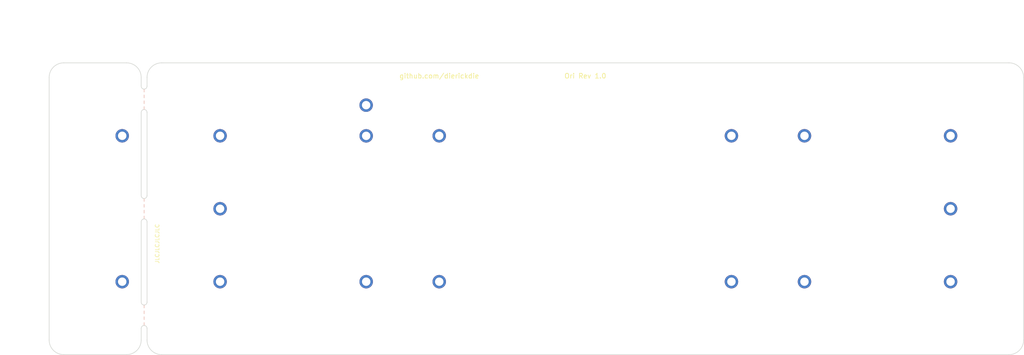
<source format=kicad_pcb>
(kicad_pcb (version 20171130) (host pcbnew "(5.1.4-0-10_14)")
  (layers (0 F.Cu signal) (31 B.Cu signal) (34 B.Paste user) (35 F.Paste user) (36 B.SilkS user) (37 F.SilkS user) (38 B.Mask user) (39 F.Mask user) (44 Edge.Cuts user))
  (net 0 "")
  (module acheron_Hardware:MouseBite_IPC7351 (layer F.Cu) (at 146.3 78.66 90)
    (fp_text reference H20)
    (fp_text value MountingHole)
    (pad "" np_thru_hole circle (at -2.5 0 90) (size 0.8 0.8) (drill 0.8) (layers *.Cu *.Mask))
    (pad "" np_thru_hole circle (at -1.25 0 90) (size 0.8 0.8) (drill 0.8) (layers *.Cu *.Mask))
    (pad "" np_thru_hole circle (at 2.5 0 90) (size 0.8 0.8) (drill 0.8) (layers *.Cu *.Mask))
    (pad "" np_thru_hole circle (at 1.25 0 90) (size 0.8 0.8) (drill 0.8) (layers *.Cu *.Mask))
    (pad "" np_thru_hole circle (at 0 0 90) (size 0.8 0.8) (drill 0.8) (layers *.Cu *.Mask))
  )
  (module acheron_Hardware:MouseBite_IPC7351 (layer F.Cu) (at 146.3 106.4 90)
    (fp_text reference H19)
    (fp_text value MountingHole)
    (pad "" np_thru_hole circle (at -2.5 0 90) (size 0.8 0.8) (drill 0.8) (layers *.Cu *.Mask))
    (pad "" np_thru_hole circle (at -1.25 0 90) (size 0.8 0.8) (drill 0.8) (layers *.Cu *.Mask))
    (pad "" np_thru_hole circle (at 2.5 0 90) (size 0.8 0.8) (drill 0.8) (layers *.Cu *.Mask))
    (pad "" np_thru_hole circle (at 1.25 0 90) (size 0.8 0.8) (drill 0.8) (layers *.Cu *.Mask))
    (pad "" np_thru_hole circle (at 0 0 90) (size 0.8 0.8) (drill 0.8) (layers *.Cu *.Mask))
  )
  (module acheron_Hardware:MouseBite_IPC7351 (layer F.Cu) (at 146.3 50.16 90)
    (fp_text reference H18)
    (fp_text value MountingHole)
    (pad "" np_thru_hole circle (at -2.5 0 90) (size 0.8 0.8) (drill 0.8) (layers *.Cu *.Mask))
    (pad "" np_thru_hole circle (at -1.25 0 90) (size 0.8 0.8) (drill 0.8) (layers *.Cu *.Mask))
    (pad "" np_thru_hole circle (at 2.5 0 90) (size 0.8 0.8) (drill 0.8) (layers *.Cu *.Mask))
    (pad "" np_thru_hole circle (at 1.25 0 90) (size 0.8 0.8) (drill 0.8) (layers *.Cu *.Mask))
    (pad "" np_thru_hole circle (at 0 0 90) (size 0.8 0.8) (drill 0.8) (layers *.Cu *.Mask))
  )
  (module Keeb_footprints:MX100_outline (layer F.Cu) (at 129.959991 69.16)
    (fp_text reference U53)
    (fp_text value HOLE)
  )
  (module Keeb_footprints:MX100_outline (layer F.Cu) (at 129.959991 50.16)
    (fp_text reference U49)
    (fp_text value HOLE)
  )
  (module Keeb_footprints:MX100_outline (layer F.Cu) (at 129.959991 88.16)
    (fp_text reference U57)
    (fp_text value HOLE)
  )
  (module random-keyboard-parts:Generic-Mounthole (layer F.Cu) (at 139.459633 59.659843)
    (fp_text reference H16)
    (fp_text value MountingHole)
    (pad 1 thru_hole circle (at 0 0) (size 3.5 3.5) (drill 2.2) (layers *.Cu *.Mask))
  )
  (module random-keyboard-parts:Generic-Mounthole (layer F.Cu) (at 139.459633 97.659743)
    (fp_text reference H7)
    (fp_text value MountingHole)
    (pad 1 thru_hole circle (at 0 0) (size 3.5 3.5) (drill 2.2) (layers *.Cu *.Mask))
  )
  (module Keeb_footprints:MX100_outline (layer F.Cu) (at 129.959991 107.16)
    (fp_text reference U61)
    (fp_text value HOLE)
  )
  (module random-keyboard-parts:Generic-Mounthole (layer F.Cu) (at 202.9073 51.68)
    (fp_text reference H17)
    (fp_text value MountingHole)
    (pad 1 thru_hole circle (at 0 0) (size 3.5 3.5) (drill 2.2) (layers *.Cu *.Mask))
  )
  (module random-keyboard-parts:Generic-Mounthole (layer F.Cu) (at 354.92 97.66)
    (fp_text reference H15)
    (fp_text value MountingHole)
    (pad 1 thru_hole circle (at 0 0) (size 3.5 3.5) (drill 2.2) (layers *.Cu *.Mask))
  )
  (module random-keyboard-parts:Generic-Mounthole (layer F.Cu) (at 354.92 59.66)
    (fp_text reference H14)
    (fp_text value MountingHole)
    (pad 1 thru_hole circle (at 0 0) (size 3.5 3.5) (drill 2.2) (layers *.Cu *.Mask))
  )
  (module random-keyboard-parts:Generic-Mounthole (layer F.Cu) (at 297.92 97.66)
    (fp_text reference H13)
    (fp_text value MountingHole)
    (pad 1 thru_hole circle (at 0 0) (size 3.5 3.5) (drill 2.2) (layers *.Cu *.Mask))
  )
  (module random-keyboard-parts:Generic-Mounthole (layer F.Cu) (at 297.92 59.66)
    (fp_text reference H12)
    (fp_text value MountingHole)
    (pad 1 thru_hole circle (at 0 0) (size 3.5 3.5) (drill 2.2) (layers *.Cu *.Mask))
  )
  (module random-keyboard-parts:Generic-Mounthole (layer F.Cu) (at 221.92 97.66)
    (fp_text reference H11)
    (fp_text value MountingHole)
    (pad 1 thru_hole circle (at 0 0) (size 3.5 3.5) (drill 2.2) (layers *.Cu *.Mask))
  )
  (module random-keyboard-parts:Generic-Mounthole (layer F.Cu) (at 221.92 59.66)
    (fp_text reference H10)
    (fp_text value MountingHole)
    (pad 1 thru_hole circle (at 0 0) (size 3.5 3.5) (drill 2.2) (layers *.Cu *.Mask))
  )
  (module random-keyboard-parts:Generic-Mounthole (layer F.Cu) (at 164.92 59.66)
    (fp_text reference H9)
    (fp_text value MountingHole)
    (pad 1 thru_hole circle (at 0 0) (size 3.5 3.5) (drill 2.2) (layers *.Cu *.Mask))
  )
  (module random-keyboard-parts:Generic-Mounthole (layer F.Cu) (at 164.92 97.66)
    (fp_text reference H8)
    (fp_text value MountingHole)
    (pad 1 thru_hole circle (at 0 0) (size 3.5 3.5) (drill 2.2) (layers *.Cu *.Mask))
  )
  (module Keeb_footprints:MX100_outline (layer F.Cu) (at 364.42 107.16)
    (fp_text reference U48)
    (fp_text value HOLE)
  )
  (module Keeb_footprints:MX100_outline (layer F.Cu) (at 345.42 107.16)
    (fp_text reference U47)
    (fp_text value HOLE)
  )
  (module Keeb_footprints:MX100_outline (layer F.Cu) (at 326.42 107.16)
    (fp_text reference U46)
    (fp_text value HOLE)
  )
  (module Keeb_footprints:MX100_outline (layer F.Cu) (at 307.42 107.16)
    (fp_text reference U45)
    (fp_text value HOLE)
  )
  (module Keeb_footprints:MX100_outline (layer F.Cu) (at 288.42 107.16)
    (fp_text reference U44)
    (fp_text value HOLE)
  )
  (module Keeb_footprints:MX100_outline (layer F.Cu) (at 269.42 107.16)
    (fp_text reference U43)
    (fp_text value HOLE)
  )
  (module Keeb_footprints:MX100_outline (layer F.Cu) (at 250.42 107.16)
    (fp_text reference U42)
    (fp_text value HOLE)
  )
  (module Keeb_footprints:MX100_outline (layer F.Cu) (at 231.42 107.16)
    (fp_text reference U41)
    (fp_text value HOLE)
  )
  (module Keeb_footprints:MX100_outline (layer F.Cu) (at 212.42 107.16)
    (fp_text reference U40)
    (fp_text value HOLE)
  )
  (module Keeb_footprints:MX100_outline (layer F.Cu) (at 193.42 107.16)
    (fp_text reference U39)
    (fp_text value HOLE)
  )
  (module Keeb_footprints:MX100_outline (layer F.Cu) (at 174.42 107.16)
    (fp_text reference U38)
    (fp_text value HOLE)
  )
  (module Keeb_footprints:MX100_outline (layer F.Cu) (at 155.42 107.16)
    (fp_text reference U37)
    (fp_text value HOLE)
  )
  (module Keeb_footprints:MX100_outline (layer F.Cu) (at 364.42 88.16)
    (fp_text reference U36)
    (fp_text value HOLE)
  )
  (module Keeb_footprints:MX100_outline (layer F.Cu) (at 345.42 88.16)
    (fp_text reference U35)
    (fp_text value HOLE)
  )
  (module Keeb_footprints:MX100_outline (layer F.Cu) (at 326.42 88.16)
    (fp_text reference U34)
    (fp_text value HOLE)
  )
  (module Keeb_footprints:MX100_outline (layer F.Cu) (at 307.42 88.16)
    (fp_text reference U33)
    (fp_text value HOLE)
  )
  (module Keeb_footprints:MX100_outline (layer F.Cu) (at 288.42 88.16)
    (fp_text reference U32)
    (fp_text value HOLE)
  )
  (module Keeb_footprints:MX100_outline (layer F.Cu) (at 269.42 88.16)
    (fp_text reference U31)
    (fp_text value HOLE)
  )
  (module Keeb_footprints:MX100_outline (layer F.Cu) (at 250.42 88.16)
    (fp_text reference U30)
    (fp_text value HOLE)
  )
  (module Keeb_footprints:MX100_outline (layer F.Cu) (at 231.42 88.16)
    (fp_text reference U29)
    (fp_text value HOLE)
  )
  (module Keeb_footprints:MX100_outline (layer F.Cu) (at 212.42 88.16)
    (fp_text reference U28)
    (fp_text value HOLE)
  )
  (module Keeb_footprints:MX100_outline (layer F.Cu) (at 193.42 88.16)
    (fp_text reference U27)
    (fp_text value HOLE)
  )
  (module Keeb_footprints:MX100_outline (layer F.Cu) (at 174.42 88.16)
    (fp_text reference U26)
    (fp_text value HOLE)
  )
  (module Keeb_footprints:MX100_outline (layer F.Cu) (at 155.42 88.16)
    (fp_text reference U25)
    (fp_text value HOLE)
  )
  (module Keeb_footprints:MX100_outline (layer F.Cu) (at 364.42 69.16)
    (fp_text reference U24)
    (fp_text value HOLE)
  )
  (module Keeb_footprints:MX100_outline (layer F.Cu) (at 345.42 69.16)
    (fp_text reference U23)
    (fp_text value HOLE)
  )
  (module Keeb_footprints:MX100_outline (layer F.Cu) (at 326.42 69.16)
    (fp_text reference U22)
    (fp_text value HOLE)
  )
  (module Keeb_footprints:MX100_outline (layer F.Cu) (at 307.42 69.16)
    (fp_text reference U21)
    (fp_text value HOLE)
  )
  (module Keeb_footprints:MX100_outline (layer F.Cu) (at 288.42 69.16)
    (fp_text reference U20)
    (fp_text value HOLE)
  )
  (module Keeb_footprints:MX100_outline (layer F.Cu) (at 269.42 69.16)
    (fp_text reference U19)
    (fp_text value HOLE)
  )
  (module Keeb_footprints:MX100_outline (layer F.Cu) (at 250.42 69.16)
    (fp_text reference U18)
    (fp_text value HOLE)
  )
  (module Keeb_footprints:MX100_outline (layer F.Cu) (at 231.42 69.16)
    (fp_text reference U17)
    (fp_text value HOLE)
  )
  (module Keeb_footprints:MX100_outline (layer F.Cu) (at 212.42 69.16)
    (fp_text reference U16)
    (fp_text value HOLE)
  )
  (module Keeb_footprints:MX100_outline (layer F.Cu) (at 193.42 69.16)
    (fp_text reference U15)
    (fp_text value HOLE)
  )
  (module Keeb_footprints:MX100_outline (layer F.Cu) (at 174.42 69.16)
    (fp_text reference U14)
    (fp_text value HOLE)
  )
  (module Keeb_footprints:MX100_outline (layer F.Cu) (at 155.42 69.16)
    (fp_text reference U13)
    (fp_text value HOLE)
  )
  (module Keeb_footprints:MX100_outline (layer F.Cu) (at 364.42 50.16)
    (fp_text reference U12)
    (fp_text value HOLE)
  )
  (module Keeb_footprints:MX100_outline (layer F.Cu) (at 345.42 50.16)
    (fp_text reference U11)
    (fp_text value HOLE)
  )
  (module Keeb_footprints:MX100_outline (layer F.Cu) (at 326.42 50.16)
    (fp_text reference U10)
    (fp_text value HOLE)
  )
  (module Keeb_footprints:MX100_outline (layer F.Cu) (at 307.42 50.16)
    (fp_text reference U9)
    (fp_text value HOLE)
  )
  (module Keeb_footprints:MX100_outline (layer F.Cu) (at 288.42 50.16)
    (fp_text reference U8)
    (fp_text value HOLE)
  )
  (module Keeb_footprints:MX100_outline (layer F.Cu) (at 269.42 50.16)
    (fp_text reference U7)
    (fp_text value HOLE)
  )
  (module Keeb_footprints:MX100_outline (layer F.Cu) (at 250.42 50.16)
    (fp_text reference U6)
    (fp_text value HOLE)
  )
  (module Keeb_footprints:MX100_outline (layer F.Cu) (at 231.42 50.16)
    (fp_text reference U5)
    (fp_text value HOLE)
  )
  (module Keeb_footprints:MX100_outline (layer F.Cu) (at 212.42 50.16)
    (fp_text reference U4)
    (fp_text value HOLE)
  )
  (module Keeb_footprints:MX100_outline (layer F.Cu) (at 193.42 50.16)
    (fp_text reference U3)
    (fp_text value HOLE)
  )
  (module Keeb_footprints:MX100_outline (layer F.Cu) (at 174.42 50.16)
    (fp_text reference U2)
    (fp_text value HOLE)
  )
  (module Keeb_footprints:MX100_outline (layer F.Cu) (at 155.42 50.16)
    (fp_text reference U1)
    (fp_text value HOLE)
  )
  (module random-keyboard-parts:Generic-Mounthole (layer F.Cu) (at 354.92 78.66)
    (fp_text reference H6)
    (fp_text value MountingHole)
    (pad 1 thru_hole circle (at 0 0) (size 3.5 3.5) (drill 2.2) (layers *.Cu *.Mask))
  )
  (module random-keyboard-parts:Generic-Mounthole (layer F.Cu) (at 316.92 97.66)
    (fp_text reference H5)
    (fp_text value MountingHole)
    (pad 1 thru_hole circle (at 0 0) (size 3.5 3.5) (drill 2.2) (layers *.Cu *.Mask))
  )
  (module random-keyboard-parts:Generic-Mounthole (layer F.Cu) (at 316.92 59.66)
    (fp_text reference H4)
    (fp_text value MountingHole)
    (pad 1 thru_hole circle (at 0 0) (size 3.5 3.5) (drill 2.2) (layers *.Cu *.Mask))
  )
  (module random-keyboard-parts:Generic-Mounthole (layer F.Cu) (at 202.92 97.66)
    (fp_text reference H3)
    (fp_text value MountingHole)
    (pad 1 thru_hole circle (at 0 0) (size 3.5 3.5) (drill 2.2) (layers *.Cu *.Mask))
  )
  (module random-keyboard-parts:Generic-Mounthole (layer F.Cu) (at 202.92 59.675)
    (fp_text reference H2)
    (fp_text value MountingHole)
    (pad 1 thru_hole circle (at 0 0) (size 3.5 3.5) (drill 2.2) (layers *.Cu *.Mask))
  )
  (module random-keyboard-parts:Generic-Mounthole (layer F.Cu) (at 164.92 78.66)
    (fp_text reference H1)
    (fp_text value MountingHole)
    (pad 1 thru_hole circle (at 0 0) (size 3.5 3.5) (drill 2.2) (layers *.Cu *.Mask))
  )
  (gr_line (start 373.92 44.46) (end 373.92 112.86) (layer Edge.Cuts) (width 0.15))
  (gr_line (start 120.459683 44.459883) (end 120.460072 112.859959) (layer Edge.Cuts) (width 0.15))
  (gr_line (start 145.159996 103.74) (end 145.159996 104.5) (layer B.SilkS) (width 0.15))
  (gr_line (start 145.16 47.5) (end 145.16 48.26) (layer B.SilkS) (width 0.15))
  (gr_line (start 370.12 116.66) (end 149.72 116.66) (layer Edge.Cuts) (width 0.15))
  (gr_line (start 145.159615 49.019837) (end 145.159615 49.779837) (layer B.SilkS) (width 0.15))
  (gr_line (start 145.159615 50.539837) (end 145.159615 51.299837) (layer B.SilkS) (width 0.15))
  (gr_line (start 145.159615 52.059837) (end 145.159615 52.819837) (layer B.SilkS) (width 0.15))
  (gr_line (start 124.259683 40.659883) (end 140.599615 40.659744) (layer Edge.Cuts) (width 0.15))
  (gr_line (start 124.260072 116.659959) (end 140.59962 116.659703) (layer Edge.Cuts) (width 0.15))
  (gr_arc (start 145.159617 102.979999) (end 144.39962 102.980014) (angle -179.9987938) (layer Edge.Cuts) (width 0.15))
  (gr_arc (start 124.260072 112.859959) (end 120.460072 112.859959) (angle -90) (layer Edge.Cuts) (width 0.15))
  (gr_arc (start 124.259683 44.459883) (end 124.259683 40.659883) (angle -90) (layer Edge.Cuts) (width 0.15))
  (gr_arc (start 145.159234 46.739999) (end 144.399237 46.740014) (angle -179.9987938) (layer Edge.Cuts) (width 0.15))
  (gr_arc (start 145.160003 53.580015) (end 145.92 53.58) (angle -179.9987938) (layer Edge.Cuts) (width 0.15))
  (gr_arc (start 145.159234 75.239999) (end 144.399237 75.240014) (angle -179.9987938) (layer Edge.Cuts) (width 0.15))
  (gr_arc (start 145.160002 82.080015) (end 145.919999 82.08) (angle -179.9987938) (layer Edge.Cuts) (width 0.15))
  (gr_arc (start 145.159618 109.820015) (end 145.919615 109.82) (angle -179.9987938) (layer Edge.Cuts) (width 0.15))
  (gr_text github.com/dierickdie (at 221.919416 44.079884) (layer F.SilkS) (effects (font (size 1.25 1.25) (thickness 0.2))))
  (gr_text "Ori Rev 1.0" (at 259.919316 44.079884) (layer F.SilkS) (effects (font (size 1.25 1.25) (thickness 0.2))))
  (gr_line (start 145.159996 108.3) (end 145.159996 109.06) (layer B.SilkS) (width 0.15))
  (gr_line (start 145.159996 106.78) (end 145.159996 107.54) (layer B.SilkS) (width 0.15))
  (gr_line (start 145.159996 105.26) (end 145.159996 106.02) (layer B.SilkS) (width 0.15))
  (gr_line (start 145.159996 80.56) (end 145.159996 81.32) (layer B.SilkS) (width 0.15))
  (gr_line (start 145.159996 79.04) (end 145.159996 79.8) (layer B.SilkS) (width 0.15))
  (gr_line (start 145.159996 77.52) (end 145.159996 78.28) (layer B.SilkS) (width 0.15))
  (gr_line (start 145.159996 76) (end 145.159996 76.76) (layer B.SilkS) (width 0.15))
  (gr_line (start 145.92 53.58) (end 145.919231 75.24) (layer Edge.Cuts) (width 0.15))
  (gr_line (start 144.400006 53.580014) (end 144.399237 75.240014) (layer Edge.Cuts) (width 0.15))
  (gr_line (start 144.399615 44.459744) (end 144.399237 46.740014) (layer Edge.Cuts) (width 0.15))
  (gr_line (start 145.92 44.46) (end 145.919231 46.74) (layer Edge.Cuts) (width 0.15))
  (gr_line (start 145.919999 82.08) (end 145.919614 102.98) (layer Edge.Cuts) (width 0.15))
  (gr_line (start 144.400005 82.080014) (end 144.39962 102.980014) (layer Edge.Cuts) (width 0.15))
  (gr_line (start 145.919615 109.82) (end 145.92 112.86) (layer Edge.Cuts) (width 0.15))
  (gr_line (start 144.399621 109.820014) (end 144.39962 112.859707) (layer Edge.Cuts) (width 0.15))
  (gr_arc (start 140.599615 44.459744) (end 144.399615 44.459744) (angle -90) (layer Edge.Cuts) (width 0.15))
  (gr_arc (start 140.59962 112.859703) (end 140.59962 116.659703) (angle -90) (layer Edge.Cuts) (width 0.15))
  (gr_line (start 370.12 40.66) (end 149.72 40.66) (layer Edge.Cuts) (width 0.15))
  (gr_arc (start 370.12 44.46) (end 373.92 44.46) (angle -90) (layer Edge.Cuts) (width 0.15))
  (gr_arc (start 370.12 112.86) (end 370.12 116.66) (angle -90) (layer Edge.Cuts) (width 0.15))
  (gr_arc (start 149.72 112.86) (end 145.92 112.86) (angle -90) (layer Edge.Cuts) (width 0.15))
  (gr_arc (start 149.72 44.46) (end 149.72 40.66) (angle -90) (layer Edge.Cuts) (width 0.15))
  (gr_text JLCJLCJLCJLC (at 148.579609 87.779769 90) (layer F.SilkS) (effects (font (size 1 1))))
)
</source>
